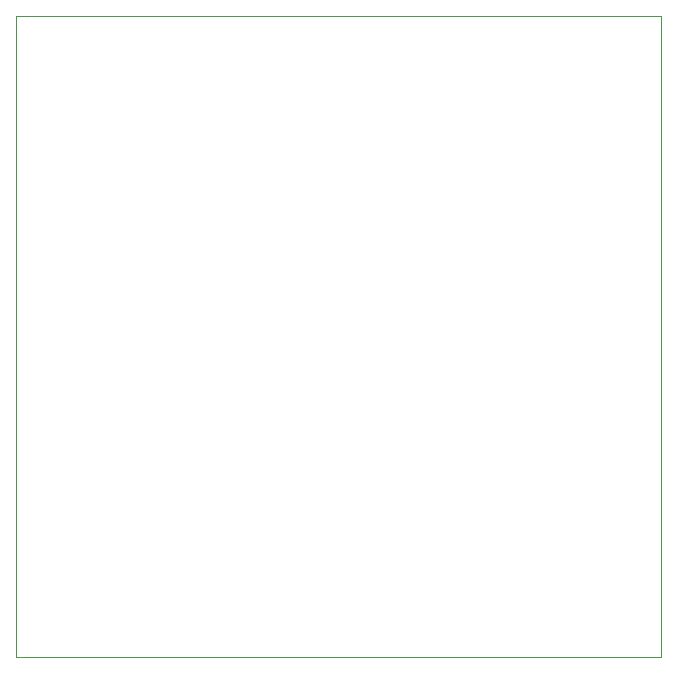
<source format=gbr>
%TF.GenerationSoftware,Altium Limited,Altium Designer,25.8.1 (18)*%
G04 Layer_Color=0*
%FSLAX45Y45*%
%MOMM*%
%TF.SameCoordinates,EFCC0B50-9DCE-48EA-B2C5-4199F32896F4*%
%TF.FilePolarity,Positive*%
%TF.FileFunction,Profile,NP*%
%TF.Part,Single*%
G01*
G75*
%TA.AperFunction,Profile*%
%ADD45C,0.02540*%
D45*
X2531600Y7264400D02*
Y12689600D01*
X7988300D01*
Y7264400D01*
X2531600D01*
%TF.MD5,2015cd7609eab7e7449e3d4f5526da96*%
M02*

</source>
